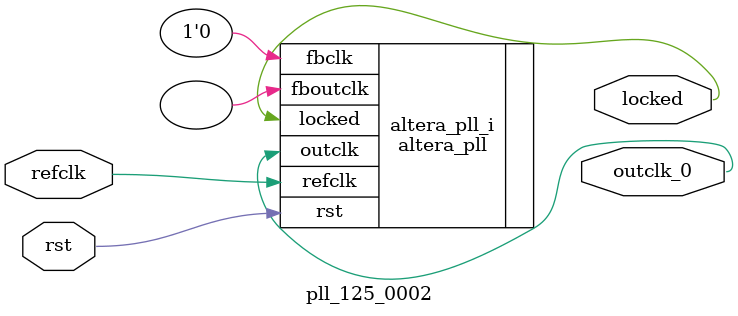
<source format=v>
`timescale 1ns/10ps
module  pll_125_0002(

	// interface 'refclk'
	input wire refclk,

	// interface 'reset'
	input wire rst,

	// interface 'outclk0'
	output wire outclk_0,

	// interface 'locked'
	output wire locked
);

	altera_pll #(
		.fractional_vco_multiplier("false"),
		.reference_clock_frequency("50.0 MHz"),
		.operation_mode("normal"),
		.number_of_clocks(1),
		.output_clock_frequency0("125.0 MHz"),
		.phase_shift0("0 ps"),
		.duty_cycle0(50),
		.output_clock_frequency1("0 MHz"),
		.phase_shift1("0 ps"),
		.duty_cycle1(50),
		.output_clock_frequency2("0 MHz"),
		.phase_shift2("0 ps"),
		.duty_cycle2(50),
		.output_clock_frequency3("0 MHz"),
		.phase_shift3("0 ps"),
		.duty_cycle3(50),
		.output_clock_frequency4("0 MHz"),
		.phase_shift4("0 ps"),
		.duty_cycle4(50),
		.output_clock_frequency5("0 MHz"),
		.phase_shift5("0 ps"),
		.duty_cycle5(50),
		.output_clock_frequency6("0 MHz"),
		.phase_shift6("0 ps"),
		.duty_cycle6(50),
		.output_clock_frequency7("0 MHz"),
		.phase_shift7("0 ps"),
		.duty_cycle7(50),
		.output_clock_frequency8("0 MHz"),
		.phase_shift8("0 ps"),
		.duty_cycle8(50),
		.output_clock_frequency9("0 MHz"),
		.phase_shift9("0 ps"),
		.duty_cycle9(50),
		.output_clock_frequency10("0 MHz"),
		.phase_shift10("0 ps"),
		.duty_cycle10(50),
		.output_clock_frequency11("0 MHz"),
		.phase_shift11("0 ps"),
		.duty_cycle11(50),
		.output_clock_frequency12("0 MHz"),
		.phase_shift12("0 ps"),
		.duty_cycle12(50),
		.output_clock_frequency13("0 MHz"),
		.phase_shift13("0 ps"),
		.duty_cycle13(50),
		.output_clock_frequency14("0 MHz"),
		.phase_shift14("0 ps"),
		.duty_cycle14(50),
		.output_clock_frequency15("0 MHz"),
		.phase_shift15("0 ps"),
		.duty_cycle15(50),
		.output_clock_frequency16("0 MHz"),
		.phase_shift16("0 ps"),
		.duty_cycle16(50),
		.output_clock_frequency17("0 MHz"),
		.phase_shift17("0 ps"),
		.duty_cycle17(50),
		.pll_type("General"),
		.pll_subtype("General")
	) altera_pll_i (
		.outclk	({outclk_0}),
		.locked	(locked),
		.fboutclk	( ),
		.fbclk	(1'b0),
		.rst	(rst),
		.refclk	(refclk)
	);
endmodule


</source>
